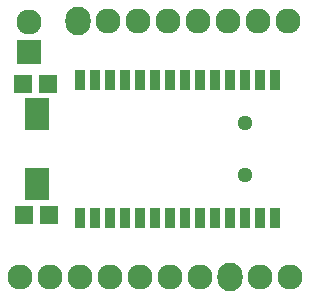
<source format=gbr>
G04 #@! TF.FileFunction,Soldermask,Bot*
%FSLAX46Y46*%
G04 Gerber Fmt 4.6, Leading zero omitted, Abs format (unit mm)*
G04 Created by KiCad (PCBNEW 4.0.4+dfsg1-stable) date Sat Feb  4 10:26:13 2017*
%MOMM*%
%LPD*%
G01*
G04 APERTURE LIST*
%ADD10C,0.100000*%
%ADD11R,2.000000X2.700000*%
%ADD12O,2.127200X2.432000*%
%ADD13C,2.127200*%
%ADD14R,1.598880X1.598880*%
%ADD15C,1.299160*%
%ADD16R,0.857200X1.670000*%
%ADD17R,2.127200X2.025600*%
G04 APERTURE END LIST*
D10*
D11*
X33274000Y-30528000D03*
X33274000Y-36528000D03*
D12*
X36817300Y-22720300D03*
D13*
X39357300Y-22720300D03*
X41897300Y-22720300D03*
X44437300Y-22720300D03*
X46977300Y-22720300D03*
X49517300Y-22720300D03*
X52057300Y-22720300D03*
X54597300Y-22720300D03*
X31864300Y-44323000D03*
X34404300Y-44323000D03*
X36944300Y-44323000D03*
X39484300Y-44323000D03*
X42024300Y-44323000D03*
X44564300Y-44323000D03*
X47104300Y-44323000D03*
D12*
X49644300Y-44323000D03*
D13*
X52184300Y-44323000D03*
X54724300Y-44323000D03*
D14*
X32151960Y-28000000D03*
X34250000Y-28000000D03*
X34299020Y-39150000D03*
X32200980Y-39150000D03*
D15*
X50924460Y-35709860D03*
X50924460Y-31310580D03*
D16*
X52197000Y-39370000D03*
X50927000Y-39370000D03*
X49657000Y-39370000D03*
X48387000Y-39370000D03*
X47117000Y-39370000D03*
X42037000Y-39370000D03*
X40767000Y-39370000D03*
X39497000Y-39370000D03*
X38227000Y-39370000D03*
X36957000Y-39370000D03*
X36957000Y-27686000D03*
X38227000Y-27686000D03*
X39497000Y-27686000D03*
X40767000Y-27686000D03*
X42037000Y-27686000D03*
X47117000Y-27686000D03*
X48387000Y-27686000D03*
X49657000Y-27686000D03*
X50927000Y-27686000D03*
X52197000Y-27686000D03*
X53467000Y-27686000D03*
X43307000Y-27686000D03*
X44577000Y-27686000D03*
X45847000Y-27686000D03*
X43307000Y-39370000D03*
X44577000Y-39370000D03*
X45847000Y-39370000D03*
X53467000Y-39370000D03*
D17*
X32639000Y-25273000D03*
D13*
X32639000Y-22733000D03*
M02*

</source>
